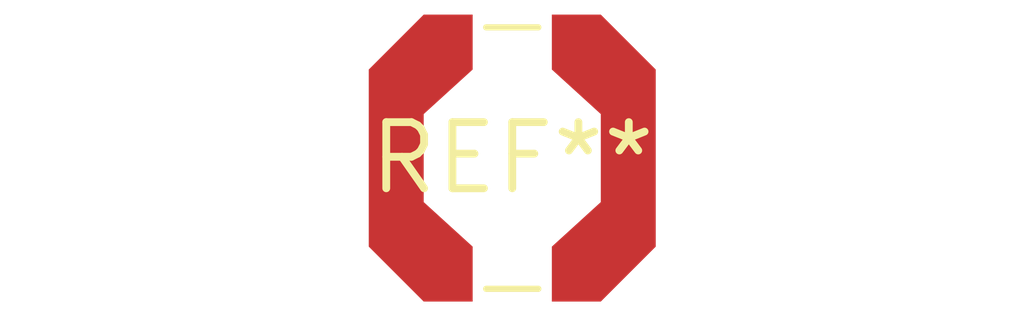
<source format=kicad_pcb>
(kicad_pcb (version 20240108) (generator pcbnew)
  (layers (0 "F.Cu" signal) (31 "B.Cu" signal) (34 "B.Paste" user) (35 "F.Paste" user) (36 "B.SilkS" user "B.Silkscreen") (37 "F.SilkS" user "F.Silkscreen") (38 "B.Mask" user) (39 "F.Mask" user) (44 "Edge.Cuts" user))
  (net 0 "")
  (footprint "L_Coilcraft_LPS5030" (layer "F.Cu") (at 0 0)
    (property "Reference" "REF**")
    (property "Value" "L_Coilcraft_LPS5030")
    (fp_line (start -0.5 -2.51) (end 0.5 -2.51) (layer "F.SilkS") (stroke (width 0.12)))
    (fp_line (start -0.5 2.51) (end 0.5 2.51) (layer "F.SilkS") (stroke (width 0.12)))
    (pad "1" smd custom (at -2.2275 0) (size 1.055 3.4) (layers "F.Cu" "F.Paste" "F.Mask") (options (clearance outline) (anchor rect)) (primitives (gr_poly (pts (xy 1.4675 -1.7) (xy 0.5275 -0.8445) (xy 0.5275 0.8445) (xy 1.4675 1.7) (xy 1.4675 2.755) (xy 0.5275 2.755) (xy -0.5275 1.7) (xy -0.5275 -1.7) (xy 0.5275 -2.755) (xy 1.4675 -2.755)) (width 0) (fill yes))))
    (pad "2" smd custom (at 2.2275 0) (size 1.055 3.4) (layers "F.Cu" "F.Paste" "F.Mask") (options (clearance outline) (anchor rect)) (primitives (gr_poly (pts (xy 0.5275 -1.7) (xy 0.5275 1.7) (xy -0.5275 2.755) (xy -1.4675 2.755) (xy -1.4675 1.7) (xy -0.5275 0.8445) (xy -0.5275 -0.8445) (xy -1.4675 -1.7) (xy -1.4675 -2.755) (xy -0.5275 -2.755)) (width 0) (fill yes))))
  )
)
</source>
